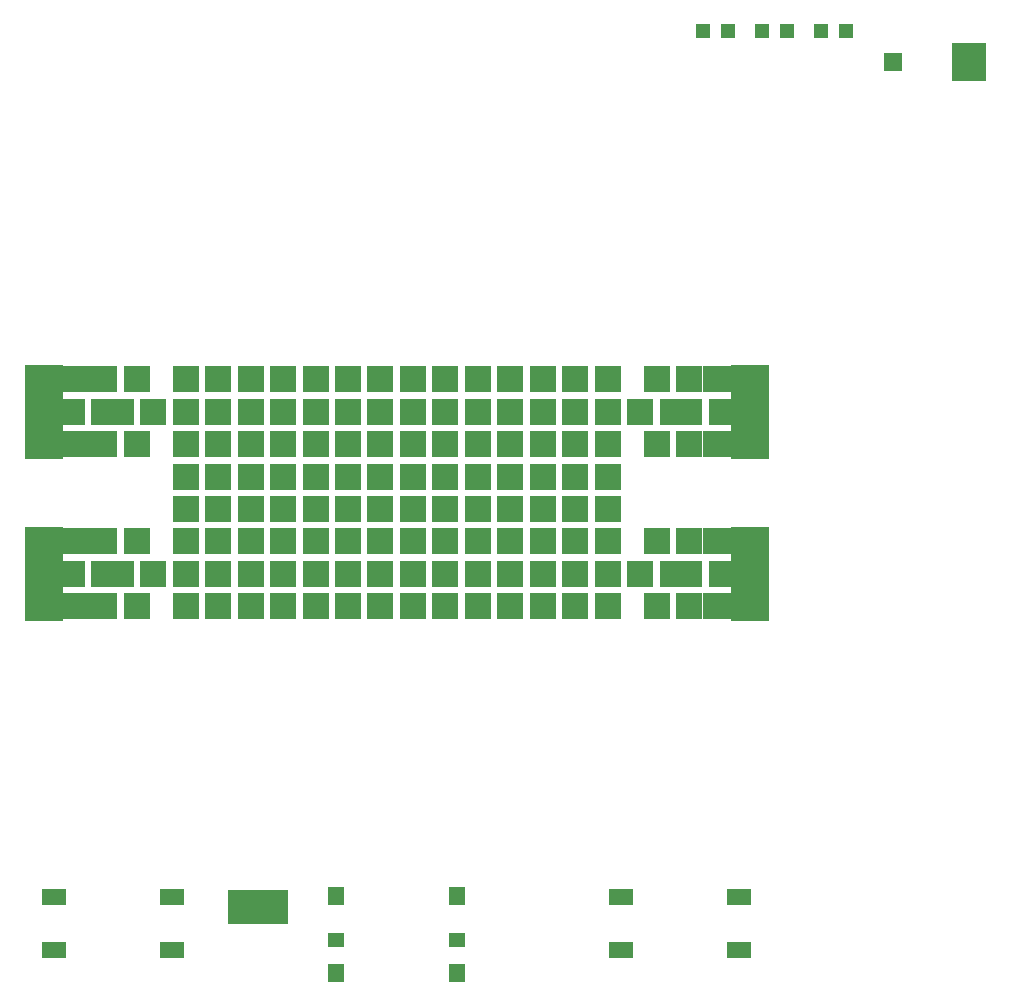
<source format=gbr>
%TF.GenerationSoftware,KiCad,Pcbnew,no-vcs-found-9b4eddb~60~ubuntu16.04.1*%
%TF.CreationDate,2017-11-10T14:06:11+01:00*%
%TF.ProjectId,OpenDropV3,4F70656E44726F7056332E6B69636164,rev?*%
%TF.SameCoordinates,Original*%
%TF.FileFunction,Paste,Top*%
%TF.FilePolarity,Positive*%
%FSLAX46Y46*%
G04 Gerber Fmt 4.6, Leading zero omitted, Abs format (unit mm)*
G04 Created by KiCad (PCBNEW no-vcs-found-9b4eddb~60~ubuntu16.04.1) date Fri Nov 10 14:06:11 2017*
%MOMM*%
%LPD*%
G01*
G04 APERTURE LIST*
%ADD10R,3.000000X3.200000*%
%ADD11R,1.500000X2.250000*%
%ADD12R,2.250000X2.250000*%
%ADD13R,3.300000X8.000000*%
%ADD14R,3.300000X2.250000*%
%ADD15R,5.200000X3.000000*%
%ADD16R,1.198880X1.198880*%
%ADD17R,1.400000X1.500000*%
%ADD18R,1.400000X1.300000*%
%ADD19R,2.100000X1.400000*%
%ADD20R,1.501140X1.501140*%
G04 APERTURE END LIST*
D10*
%TO.C,P2*%
X148463000Y-63000000D03*
%TD*%
D11*
%TO.C,FLUXL_1_3*%
X74875000Y-92625000D03*
D12*
X76625000Y-92625000D03*
%TD*%
D11*
%TO.C,FLUXL_1_6*%
X74875000Y-106375000D03*
D12*
X76625000Y-106375000D03*
%TD*%
D11*
%TO.C,FLUXL_16_3*%
X125125000Y-92625000D03*
D12*
X123375000Y-92625000D03*
%TD*%
D11*
%TO.C,FLUXL_16_6*%
X125125000Y-106375000D03*
D12*
X123375000Y-106375000D03*
%TD*%
D13*
%TO.C,FLUXL_16_1*%
X129900000Y-92625000D03*
D14*
X127500000Y-89875000D03*
X127500000Y-95375000D03*
D12*
X127500000Y-92625000D03*
X124750000Y-95375000D03*
X124750000Y-89875000D03*
%TD*%
D13*
%TO.C,FLUXL_1_8*%
X70100000Y-106375000D03*
D14*
X72500000Y-109125000D03*
X72500000Y-103625000D03*
D12*
X72500000Y-106375000D03*
X75250000Y-103625000D03*
X75250000Y-109125000D03*
%TD*%
D13*
%TO.C,FLUXL_16_8*%
X129900000Y-106375000D03*
D14*
X127500000Y-103625000D03*
X127500000Y-109125000D03*
D12*
X127500000Y-106375000D03*
X124750000Y-109125000D03*
X124750000Y-103625000D03*
%TD*%
D13*
%TO.C,FLUXL_1_1*%
X70100000Y-92625000D03*
D14*
X72500000Y-95375000D03*
X72500000Y-89875000D03*
D12*
X72500000Y-92625000D03*
X75250000Y-89875000D03*
X75250000Y-95375000D03*
%TD*%
D15*
%TO.C,SP1*%
X88265000Y-134539000D03*
%TD*%
D16*
%TO.C,LED1*%
X128049020Y-60411000D03*
X125950980Y-60411000D03*
%TD*%
D12*
%TO.C,FLUXL_1_5b1*%
X78000000Y-109125000D03*
%TD*%
D17*
%TO.C,JS1*%
X94900000Y-133675000D03*
X105100000Y-133675000D03*
X94900000Y-140175000D03*
X105100000Y-140175000D03*
D18*
X94900000Y-137375000D03*
X105100000Y-137375000D03*
%TD*%
D19*
%TO.C,SW1*%
X71000000Y-138250000D03*
X71000000Y-133750000D03*
X81000000Y-138250000D03*
X81000000Y-133750000D03*
%TD*%
%TO.C,SW2*%
X119000000Y-138250000D03*
X119000000Y-133750000D03*
X129000000Y-138250000D03*
X129000000Y-133750000D03*
%TD*%
D20*
%TO.C,P1*%
X142000000Y-63000000D03*
%TD*%
D16*
%TO.C,LED2*%
X133049020Y-60411000D03*
X130950980Y-60411000D03*
%TD*%
%TO.C,LED3*%
X138049020Y-60411000D03*
X135950980Y-60411000D03*
%TD*%
D12*
%TO.C,FLUXL_3_2*%
X84875000Y-92625000D03*
%TD*%
%TO.C,FLUXL_3_3*%
X84875000Y-95375000D03*
%TD*%
%TO.C,FLUXL_3_4*%
X84875000Y-98125000D03*
%TD*%
%TO.C,FLUXL_3_5*%
X84875000Y-100875000D03*
%TD*%
%TO.C,FLUXL_3_6*%
X84875000Y-103625000D03*
%TD*%
%TO.C,FLUXL_3_7*%
X84875000Y-106375000D03*
%TD*%
%TO.C,FLUXL_4_2*%
X87625000Y-92625000D03*
%TD*%
%TO.C,FLUXL_4_3*%
X87625000Y-95375000D03*
%TD*%
%TO.C,FLUXL_4_4*%
X87625000Y-98125000D03*
%TD*%
%TO.C,FLUXL_4_5*%
X87625000Y-100875000D03*
%TD*%
%TO.C,FLUXL_4_6*%
X87625000Y-103625000D03*
%TD*%
%TO.C,FLUXL_4_7*%
X87625000Y-106375000D03*
%TD*%
%TO.C,FLUXL_5_2*%
X90375000Y-92625000D03*
%TD*%
%TO.C,FLUXL_5_3*%
X90375000Y-95375000D03*
%TD*%
%TO.C,FLUXL_5_4*%
X90375000Y-98125000D03*
%TD*%
%TO.C,FLUXL_5_5*%
X90375000Y-100875000D03*
%TD*%
%TO.C,FLUXL_5_6*%
X90375000Y-103625000D03*
%TD*%
%TO.C,FLUXL_5_7*%
X90375000Y-106375000D03*
%TD*%
%TO.C,FLUXL_6_2*%
X93125000Y-92625000D03*
%TD*%
%TO.C,FLUXL_6_3*%
X93125000Y-95375000D03*
%TD*%
%TO.C,FLUXL_6_4*%
X93125000Y-98125000D03*
%TD*%
%TO.C,FLUXL_6_5*%
X93125000Y-100875000D03*
%TD*%
%TO.C,FLUXL_6_6*%
X93125000Y-103625000D03*
%TD*%
%TO.C,FLUXL_6_7*%
X93125000Y-106375000D03*
%TD*%
%TO.C,FLUXL_7_2*%
X95875000Y-92625000D03*
%TD*%
%TO.C,FLUXL_7_3*%
X95875000Y-95375000D03*
%TD*%
%TO.C,FLUXL_7_4*%
X95875000Y-98125000D03*
%TD*%
%TO.C,FLUXL_7_5*%
X95875000Y-100875000D03*
%TD*%
%TO.C,FLUXL_7_6*%
X95875000Y-103625000D03*
%TD*%
%TO.C,FLUXL_7_7*%
X95875000Y-106375000D03*
%TD*%
%TO.C,FLUXL_8_2*%
X98625000Y-92625000D03*
%TD*%
%TO.C,FLUXL_8_3*%
X98625000Y-95375000D03*
%TD*%
%TO.C,FLUXL_8_4*%
X98625000Y-98125000D03*
%TD*%
%TO.C,FLUXL_8_5*%
X98625000Y-100875000D03*
%TD*%
%TO.C,FLUXL_8_6*%
X98625000Y-103625000D03*
%TD*%
%TO.C,FLUXL_8_7*%
X98625000Y-106375000D03*
%TD*%
%TO.C,FLUXL_9_2*%
X101375000Y-92625000D03*
%TD*%
%TO.C,FLUXL_9_3*%
X101375000Y-95375000D03*
%TD*%
%TO.C,FLUXL_9_4*%
X101375000Y-98125000D03*
%TD*%
%TO.C,FLUXL_9_5*%
X101375000Y-100875000D03*
%TD*%
%TO.C,FLUXL_9_6*%
X101375000Y-103625000D03*
%TD*%
%TO.C,FLUXL_9_7*%
X101375000Y-106375000D03*
%TD*%
%TO.C,FLUXL_10_2*%
X104125000Y-92625000D03*
%TD*%
%TO.C,FLUXL_10_3*%
X104125000Y-95375000D03*
%TD*%
%TO.C,FLUXL_10_4*%
X104125000Y-98125000D03*
%TD*%
%TO.C,FLUXL_10_5*%
X104125000Y-100875000D03*
%TD*%
%TO.C,FLUXL_10_6*%
X104125000Y-103625000D03*
%TD*%
%TO.C,FLUXL_10_7*%
X104125000Y-106375000D03*
%TD*%
%TO.C,FLUXL_11_2*%
X106875000Y-92625000D03*
%TD*%
%TO.C,FLUXL_11_3*%
X106875000Y-95375000D03*
%TD*%
%TO.C,FLUXL_11_4*%
X106875000Y-98125000D03*
%TD*%
%TO.C,FLUXL_11_5*%
X106875000Y-100875000D03*
%TD*%
%TO.C,FLUXL_11_6*%
X106875000Y-103625000D03*
%TD*%
%TO.C,FLUXL_11_7*%
X106875000Y-106375000D03*
%TD*%
%TO.C,FLUXL_12_2*%
X109625000Y-92625000D03*
%TD*%
%TO.C,FLUXL_12_3*%
X109625000Y-95375000D03*
%TD*%
%TO.C,FLUXL_12_4*%
X109625000Y-98125000D03*
%TD*%
%TO.C,FLUXL_12_5*%
X109625000Y-100875000D03*
%TD*%
%TO.C,FLUXL_12_6*%
X109625000Y-103625000D03*
%TD*%
%TO.C,FLUXL_12_7*%
X109625000Y-106375000D03*
%TD*%
%TO.C,FLUXL_13_2*%
X112375000Y-92625000D03*
%TD*%
%TO.C,FLUXL_13_3*%
X112375000Y-95375000D03*
%TD*%
%TO.C,FLUXL_13_4*%
X112375000Y-98125000D03*
%TD*%
%TO.C,FLUXL_13_5*%
X112375000Y-100875000D03*
%TD*%
%TO.C,FLUXL_13_6*%
X112375000Y-103625000D03*
%TD*%
%TO.C,FLUXL_13_7*%
X112375000Y-106375000D03*
%TD*%
%TO.C,FLUXL_14_2*%
X115125000Y-92625000D03*
%TD*%
%TO.C,FLUXL_14_3*%
X115125000Y-95375000D03*
%TD*%
%TO.C,FLUXL_14_4*%
X115125000Y-98125000D03*
%TD*%
%TO.C,FLUXL_14_5*%
X115125000Y-100875000D03*
%TD*%
%TO.C,FLUXL_14_6*%
X115125000Y-103625000D03*
%TD*%
%TO.C,FLUXL_14_7*%
X115125000Y-106375000D03*
%TD*%
%TO.C,FLUXL_1_2*%
X79375000Y-92625000D03*
%TD*%
%TO.C,FLUXL_1_4*%
X78000000Y-89875000D03*
%TD*%
%TO.C,FLUXL_1_5*%
X78000000Y-103625000D03*
%TD*%
%TO.C,FLUXL_1_7*%
X79375000Y-106375000D03*
%TD*%
%TO.C,FLUXL_2_1*%
X82125000Y-89875000D03*
%TD*%
%TO.C,FLUXL_2_3*%
X82125000Y-95375000D03*
%TD*%
%TO.C,FLUXL_2_4*%
X82125000Y-98125000D03*
%TD*%
%TO.C,FLUXL_2_5*%
X82125000Y-100875000D03*
%TD*%
%TO.C,FLUXL_2_6*%
X82125000Y-103625000D03*
%TD*%
%TO.C,FLUXL_3_1*%
X84875000Y-89875000D03*
%TD*%
%TO.C,FLUXL_4_8*%
X87625000Y-109125000D03*
%TD*%
%TO.C,FLUXL_5_1*%
X90375000Y-89875000D03*
%TD*%
%TO.C,FLUXL_6_8*%
X93125000Y-109125000D03*
%TD*%
%TO.C,FLUXL_7_1*%
X95875000Y-89875000D03*
%TD*%
%TO.C,FLUXL_8_8*%
X98625000Y-109125000D03*
%TD*%
%TO.C,FLUXL_9_1*%
X101375000Y-89875000D03*
%TD*%
%TO.C,FLUXL_9_8*%
X101375000Y-109125000D03*
%TD*%
%TO.C,FLUXL_10_1*%
X104125000Y-89875000D03*
%TD*%
%TO.C,FLUXL_10_8*%
X104125000Y-109125000D03*
%TD*%
%TO.C,FLUXL_11_1*%
X106875000Y-89875000D03*
%TD*%
%TO.C,FLUXL_11_8*%
X106875000Y-109125000D03*
%TD*%
%TO.C,FLUXL_12_1*%
X109625000Y-89875000D03*
%TD*%
%TO.C,FLUXL_12_8*%
X109625000Y-109125000D03*
%TD*%
%TO.C,FLUXL_13_1*%
X112375000Y-89875000D03*
%TD*%
%TO.C,FLUXL_13_8*%
X112375000Y-109125000D03*
%TD*%
%TO.C,FLUXL_14_1*%
X115125000Y-89875000D03*
%TD*%
%TO.C,FLUXL_14_8*%
X115125000Y-109125000D03*
%TD*%
%TO.C,FLUXL_15_1*%
X117875000Y-89875000D03*
%TD*%
%TO.C,FLUXL_15_3*%
X117875000Y-95375000D03*
%TD*%
%TO.C,FLUXL_15_4*%
X117875000Y-98125000D03*
%TD*%
%TO.C,FLUXL_15_5*%
X117875000Y-100875000D03*
%TD*%
%TO.C,FLUXL_15_6*%
X117875000Y-103625000D03*
%TD*%
%TO.C,FLUXL_15_8*%
X117875000Y-109125000D03*
%TD*%
%TO.C,FLUXL_2_8*%
X82125000Y-109125000D03*
%TD*%
%TO.C,FLUXL_3_8*%
X84875000Y-109125000D03*
%TD*%
%TO.C,FLUXL_5_8*%
X90375000Y-109125000D03*
%TD*%
%TO.C,FLUXL_6_1*%
X93125000Y-89875000D03*
%TD*%
%TO.C,FLUXL_7_8*%
X95875000Y-109125000D03*
%TD*%
%TO.C,FLUXL_8_1*%
X98625000Y-89875000D03*
%TD*%
%TO.C,FLUXL_4_1*%
X87625000Y-89875000D03*
%TD*%
%TO.C,FLUXL_16_2*%
X120625000Y-92625000D03*
%TD*%
%TO.C,FLUXL_16_4*%
X122000000Y-95375000D03*
%TD*%
%TO.C,FLUXL_16_5*%
X122000000Y-109125000D03*
%TD*%
%TO.C,FLUXL_16_7*%
X120625000Y-106375000D03*
%TD*%
%TO.C,FLUXL_2_2*%
X82125000Y-92625000D03*
%TD*%
%TO.C,FLUXL_2_7*%
X82125000Y-106375000D03*
%TD*%
%TO.C,FLUXL_15_2*%
X117875000Y-92625000D03*
%TD*%
%TO.C,FLUXL_15_7*%
X117875000Y-106375000D03*
%TD*%
%TO.C,FLUXL_16_4b1*%
X122000000Y-89875000D03*
%TD*%
%TO.C,FLUXL_1_4b1*%
X78000000Y-95375000D03*
%TD*%
%TO.C,FLUXL_16_5b1*%
X122000000Y-103625000D03*
%TD*%
M02*

</source>
